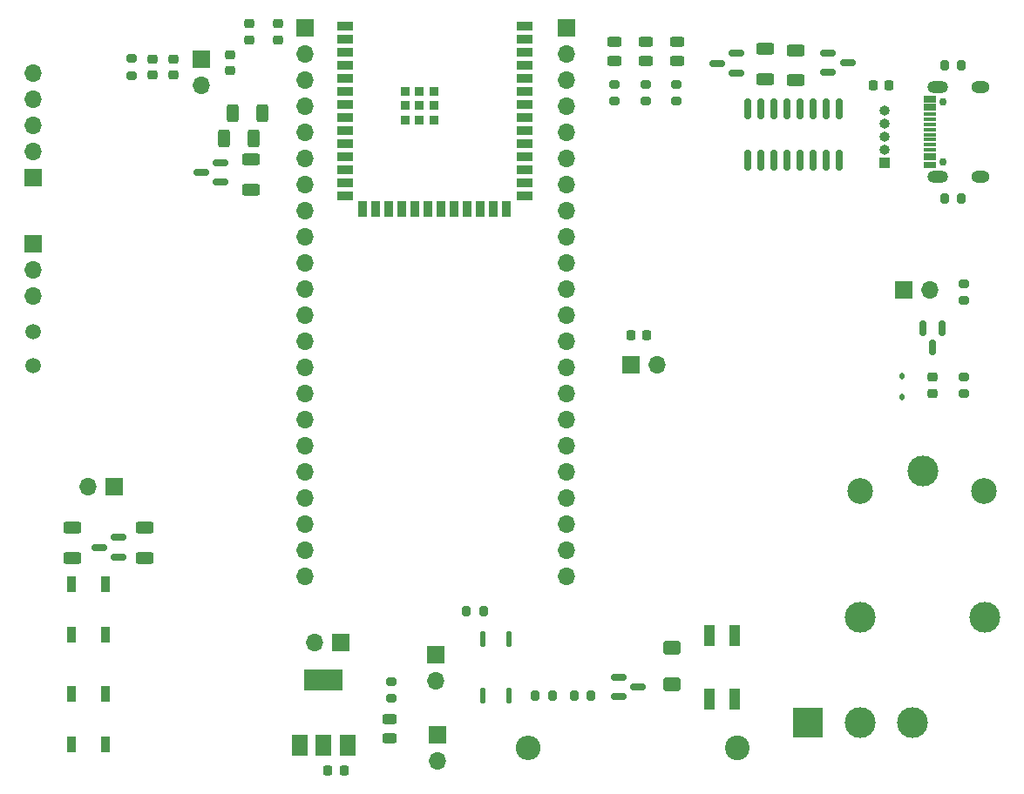
<source format=gbr>
%TF.GenerationSoftware,KiCad,Pcbnew,7.0.6*%
%TF.CreationDate,2023-09-04T20:16:31+02:00*%
%TF.ProjectId,LAS_V2,4c41535f-5632-42e6-9b69-6361645f7063,rev?*%
%TF.SameCoordinates,Original*%
%TF.FileFunction,Soldermask,Top*%
%TF.FilePolarity,Negative*%
%FSLAX46Y46*%
G04 Gerber Fmt 4.6, Leading zero omitted, Abs format (unit mm)*
G04 Created by KiCad (PCBNEW 7.0.6) date 2023-09-04 20:16:31*
%MOMM*%
%LPD*%
G01*
G04 APERTURE LIST*
G04 Aperture macros list*
%AMRoundRect*
0 Rectangle with rounded corners*
0 $1 Rounding radius*
0 $2 $3 $4 $5 $6 $7 $8 $9 X,Y pos of 4 corners*
0 Add a 4 corners polygon primitive as box body*
4,1,4,$2,$3,$4,$5,$6,$7,$8,$9,$2,$3,0*
0 Add four circle primitives for the rounded corners*
1,1,$1+$1,$2,$3*
1,1,$1+$1,$4,$5*
1,1,$1+$1,$6,$7*
1,1,$1+$1,$8,$9*
0 Add four rect primitives between the rounded corners*
20,1,$1+$1,$2,$3,$4,$5,0*
20,1,$1+$1,$4,$5,$6,$7,0*
20,1,$1+$1,$6,$7,$8,$9,0*
20,1,$1+$1,$8,$9,$2,$3,0*%
G04 Aperture macros list end*
%ADD10C,2.400000*%
%ADD11O,2.400000X2.400000*%
%ADD12C,0.750000*%
%ADD13O,2.000000X1.200000*%
%ADD14O,1.800000X1.200000*%
%ADD15R,1.300000X0.300000*%
%ADD16R,1.700000X1.700000*%
%ADD17O,1.700000X1.700000*%
%ADD18RoundRect,0.218750X-0.256250X0.218750X-0.256250X-0.218750X0.256250X-0.218750X0.256250X0.218750X0*%
%ADD19RoundRect,0.250000X0.625000X-0.312500X0.625000X0.312500X-0.625000X0.312500X-0.625000X-0.312500X0*%
%ADD20RoundRect,0.250000X0.312500X0.625000X-0.312500X0.625000X-0.312500X-0.625000X0.312500X-0.625000X0*%
%ADD21RoundRect,0.200000X-0.275000X0.200000X-0.275000X-0.200000X0.275000X-0.200000X0.275000X0.200000X0*%
%ADD22R,3.000000X3.000000*%
%ADD23C,3.000000*%
%ADD24RoundRect,0.150000X-0.587500X-0.150000X0.587500X-0.150000X0.587500X0.150000X-0.587500X0.150000X0*%
%ADD25RoundRect,0.225000X-0.250000X0.225000X-0.250000X-0.225000X0.250000X-0.225000X0.250000X0.225000X0*%
%ADD26RoundRect,0.250000X-0.625000X0.312500X-0.625000X-0.312500X0.625000X-0.312500X0.625000X0.312500X0*%
%ADD27RoundRect,0.243750X-0.456250X0.243750X-0.456250X-0.243750X0.456250X-0.243750X0.456250X0.243750X0*%
%ADD28RoundRect,0.200000X0.200000X0.275000X-0.200000X0.275000X-0.200000X-0.275000X0.200000X-0.275000X0*%
%ADD29R,1.000000X1.000000*%
%ADD30O,1.000000X1.000000*%
%ADD31RoundRect,0.200000X0.275000X-0.200000X0.275000X0.200000X-0.275000X0.200000X-0.275000X-0.200000X0*%
%ADD32RoundRect,0.150000X-0.150000X0.587500X-0.150000X-0.587500X0.150000X-0.587500X0.150000X0.587500X0*%
%ADD33RoundRect,0.150000X0.587500X0.150000X-0.587500X0.150000X-0.587500X-0.150000X0.587500X-0.150000X0*%
%ADD34C,1.500000*%
%ADD35RoundRect,0.243750X0.456250X-0.243750X0.456250X0.243750X-0.456250X0.243750X-0.456250X-0.243750X0*%
%ADD36RoundRect,0.225000X-0.225000X-0.250000X0.225000X-0.250000X0.225000X0.250000X-0.225000X0.250000X0*%
%ADD37R,0.900000X1.500000*%
%ADD38R,1.100000X2.000000*%
%ADD39RoundRect,0.137500X0.137500X-0.587500X0.137500X0.587500X-0.137500X0.587500X-0.137500X-0.587500X0*%
%ADD40C,2.500000*%
%ADD41RoundRect,0.250000X-0.312500X-0.625000X0.312500X-0.625000X0.312500X0.625000X-0.312500X0.625000X0*%
%ADD42RoundRect,0.112500X0.112500X-0.187500X0.112500X0.187500X-0.112500X0.187500X-0.112500X-0.187500X0*%
%ADD43RoundRect,0.200000X-0.200000X-0.275000X0.200000X-0.275000X0.200000X0.275000X-0.200000X0.275000X0*%
%ADD44RoundRect,0.250000X0.600000X-0.400000X0.600000X0.400000X-0.600000X0.400000X-0.600000X-0.400000X0*%
%ADD45R,1.500000X2.000000*%
%ADD46R,3.800000X2.000000*%
%ADD47RoundRect,0.150000X0.150000X-0.825000X0.150000X0.825000X-0.150000X0.825000X-0.150000X-0.825000X0*%
%ADD48R,1.500000X0.900000*%
%ADD49R,0.900000X0.900000*%
G04 APERTURE END LIST*
D10*
%TO.C,R17*%
X178594500Y-141195000D03*
D11*
X158274500Y-141195000D03*
%TD*%
D12*
%TO.C,J7*%
X198539250Y-84231250D03*
X198539250Y-78431250D03*
D13*
X198039250Y-85656250D03*
X198039250Y-77006250D03*
D14*
X202219250Y-77006250D03*
X202219250Y-85656250D03*
D15*
X197271250Y-84681250D03*
X197271250Y-83881250D03*
X197271250Y-82581250D03*
X197271250Y-81581250D03*
X197271250Y-81081250D03*
X197271250Y-80081250D03*
X197271250Y-78781250D03*
X197271250Y-77981250D03*
X197271250Y-78281250D03*
X197271250Y-79081250D03*
X197271250Y-79581250D03*
X197271250Y-80581250D03*
X197271250Y-82081250D03*
X197271250Y-83081250D03*
X197271250Y-83581250D03*
X197271250Y-84381250D03*
%TD*%
D16*
%TO.C,J9*%
X168225000Y-104000000D03*
D17*
X170765000Y-104000000D03*
%TD*%
D18*
%TO.C,D6*%
X197527000Y-105187500D03*
X197527000Y-106762500D03*
%TD*%
D19*
%TO.C,R26*%
X131310000Y-86932500D03*
X131310000Y-84007500D03*
%TD*%
D20*
%TO.C,R27*%
X131612500Y-81970000D03*
X128687500Y-81970000D03*
%TD*%
D21*
%TO.C,R12*%
X119780000Y-74200000D03*
X119780000Y-75850000D03*
%TD*%
D22*
%TO.C,J1*%
X185440000Y-138800000D03*
D23*
X190520000Y-138800000D03*
X195600000Y-138800000D03*
%TD*%
D16*
%TO.C,J5*%
X162000000Y-71170000D03*
D17*
X162000000Y-73710000D03*
X162000000Y-76250000D03*
X162000000Y-78790000D03*
X162000000Y-81330000D03*
X162000000Y-83870000D03*
X162000000Y-86410000D03*
X162000000Y-88950000D03*
X162000000Y-91490000D03*
X162000000Y-94030000D03*
X162000000Y-96570000D03*
X162000000Y-99110000D03*
X162000000Y-101650000D03*
X162000000Y-104190000D03*
X162000000Y-106730000D03*
X162000000Y-109270000D03*
X162000000Y-111810000D03*
X162000000Y-114350000D03*
X162000000Y-116890000D03*
X162000000Y-119430000D03*
X162000000Y-121970000D03*
X162000000Y-124510000D03*
%TD*%
D24*
%TO.C,Q4*%
X167062500Y-134350000D03*
X167062500Y-136250000D03*
X168937500Y-135300000D03*
%TD*%
D25*
%TO.C,C1*%
X123800000Y-74250000D03*
X123800000Y-75800000D03*
%TD*%
D19*
%TO.C,R13*%
X181293750Y-76193750D03*
X181293750Y-73268750D03*
%TD*%
D25*
%TO.C,C5*%
X129300000Y-73800000D03*
X129300000Y-75350000D03*
%TD*%
D26*
%TO.C,R29*%
X113975000Y-119812500D03*
X113975000Y-122737500D03*
%TD*%
D27*
%TO.C,D3*%
X169675000Y-72525000D03*
X169675000Y-74400000D03*
%TD*%
D16*
%TO.C,J6*%
X194718000Y-96704000D03*
D17*
X197258000Y-96704000D03*
%TD*%
D16*
%TO.C,J13*%
X149294500Y-132195000D03*
D17*
X149294500Y-134735000D03*
%TD*%
D16*
%TO.C,J11*%
X140075000Y-131000000D03*
D17*
X137535000Y-131000000D03*
%TD*%
D27*
%TO.C,D5*%
X172715000Y-72525000D03*
X172715000Y-74400000D03*
%TD*%
D28*
%TO.C,R24*%
X153925000Y-127900000D03*
X152275000Y-127900000D03*
%TD*%
D16*
%TO.C,J2*%
X110175000Y-92230000D03*
D17*
X110175000Y-94770000D03*
X110175000Y-97310000D03*
%TD*%
D29*
%TO.C,J8*%
X192893750Y-84306250D03*
D30*
X192893750Y-83036250D03*
X192893750Y-81766250D03*
X192893750Y-80496250D03*
X192893750Y-79226250D03*
%TD*%
D31*
%TO.C,R5*%
X166675000Y-78350000D03*
X166675000Y-76700000D03*
%TD*%
D28*
%TO.C,R10*%
X200368750Y-87831250D03*
X198718750Y-87831250D03*
%TD*%
D32*
%TO.C,Q1*%
X198477000Y-100417000D03*
X196577000Y-100417000D03*
X197527000Y-102292000D03*
%TD*%
D33*
%TO.C,Q2*%
X178481250Y-75593750D03*
X178481250Y-73693750D03*
X176606250Y-74643750D03*
%TD*%
D25*
%TO.C,C9*%
X121780000Y-74250000D03*
X121780000Y-75800000D03*
%TD*%
D34*
%TO.C,TP1*%
X110200000Y-104100000D03*
%TD*%
D35*
%TO.C,D1*%
X144800000Y-140337500D03*
X144800000Y-138462500D03*
%TD*%
D16*
%TO.C,J3*%
X110175000Y-85790000D03*
D17*
X110175000Y-83250000D03*
X110175000Y-80710000D03*
X110175000Y-78170000D03*
X110175000Y-75630000D03*
%TD*%
D28*
%TO.C,R21*%
X160618500Y-136189000D03*
X158968500Y-136189000D03*
%TD*%
D36*
%TO.C,C2*%
X168225000Y-101100000D03*
X169775000Y-101100000D03*
%TD*%
D31*
%TO.C,R8*%
X200575000Y-106800000D03*
X200575000Y-105150000D03*
%TD*%
D37*
%TO.C,D4*%
X113900000Y-130200000D03*
X117200000Y-130200000D03*
X117200000Y-125300000D03*
X113900000Y-125300000D03*
%TD*%
D28*
%TO.C,R11*%
X200368750Y-74831250D03*
X198718750Y-74831250D03*
%TD*%
D21*
%TO.C,R9*%
X200600000Y-96075000D03*
X200600000Y-97725000D03*
%TD*%
D38*
%TO.C,D8*%
X178294500Y-130295000D03*
X175894500Y-130295000D03*
X175894500Y-136495000D03*
X178294500Y-136495000D03*
%TD*%
D39*
%TO.C,U5*%
X153824500Y-136145000D03*
X156364500Y-136145000D03*
X156364500Y-130645000D03*
X153824500Y-130645000D03*
%TD*%
D23*
%TO.C,K1*%
X196600000Y-114336000D03*
D40*
X190550000Y-116286000D03*
D23*
X190550000Y-128486000D03*
X202600000Y-128536000D03*
D40*
X202550000Y-116286000D03*
%TD*%
D19*
%TO.C,R28*%
X121037500Y-122737500D03*
X121037500Y-119812500D03*
%TD*%
D41*
%TO.C,R2*%
X129537500Y-79500000D03*
X132462500Y-79500000D03*
%TD*%
D37*
%TO.C,D9*%
X113900000Y-140900000D03*
X117200000Y-140900000D03*
X117200000Y-136000000D03*
X113900000Y-136000000D03*
%TD*%
D16*
%TO.C,J4*%
X136600000Y-71170000D03*
D17*
X136600000Y-73710000D03*
X136600000Y-76250000D03*
X136600000Y-78790000D03*
X136600000Y-81330000D03*
X136600000Y-83870000D03*
X136600000Y-86410000D03*
X136600000Y-88950000D03*
X136600000Y-91490000D03*
X136600000Y-94030000D03*
X136600000Y-96570000D03*
X136600000Y-99110000D03*
X136600000Y-101650000D03*
X136600000Y-104190000D03*
X136600000Y-106730000D03*
X136600000Y-109270000D03*
X136600000Y-111810000D03*
X136600000Y-114350000D03*
X136600000Y-116890000D03*
X136600000Y-119430000D03*
X136600000Y-121970000D03*
X136600000Y-124510000D03*
%TD*%
D21*
%TO.C,R4*%
X145000000Y-134775000D03*
X145000000Y-136425000D03*
%TD*%
D42*
%TO.C,D7*%
X194606000Y-107145000D03*
X194606000Y-105045000D03*
%TD*%
D24*
%TO.C,Q3*%
X187418750Y-73631250D03*
X187418750Y-75531250D03*
X189293750Y-74581250D03*
%TD*%
D33*
%TO.C,Q6*%
X118475000Y-122675000D03*
X118475000Y-120775000D03*
X116600000Y-121725000D03*
%TD*%
D43*
%TO.C,R20*%
X162714500Y-136189000D03*
X164364500Y-136189000D03*
%TD*%
D25*
%TO.C,C4*%
X131135000Y-70825000D03*
X131135000Y-72375000D03*
%TD*%
D16*
%TO.C,J14*%
X149494500Y-139995000D03*
D17*
X149494500Y-142535000D03*
%TD*%
D44*
%TO.C,D11*%
X172239500Y-135018000D03*
X172239500Y-131518000D03*
%TD*%
D25*
%TO.C,C3*%
X134000000Y-70825000D03*
X134000000Y-72375000D03*
%TD*%
D34*
%TO.C,TP2*%
X110175000Y-100750000D03*
%TD*%
D45*
%TO.C,U2*%
X136100000Y-140950000D03*
X138400000Y-140950000D03*
D46*
X138400000Y-134650000D03*
D45*
X140700000Y-140950000D03*
%TD*%
D19*
%TO.C,R14*%
X184293750Y-76293750D03*
X184293750Y-73368750D03*
%TD*%
D27*
%TO.C,D2*%
X166635000Y-72525000D03*
X166635000Y-74400000D03*
%TD*%
D47*
%TO.C,U3*%
X179598750Y-84056250D03*
X180868750Y-84056250D03*
X182138750Y-84056250D03*
X183408750Y-84056250D03*
X184678750Y-84056250D03*
X185948750Y-84056250D03*
X187218750Y-84056250D03*
X188488750Y-84056250D03*
X188488750Y-79106250D03*
X187218750Y-79106250D03*
X185948750Y-79106250D03*
X184678750Y-79106250D03*
X183408750Y-79106250D03*
X182138750Y-79106250D03*
X180868750Y-79106250D03*
X179598750Y-79106250D03*
%TD*%
D36*
%TO.C,C7*%
X191768750Y-76831250D03*
X193318750Y-76831250D03*
%TD*%
D16*
%TO.C,J10*%
X126555000Y-74250000D03*
D17*
X126555000Y-76790000D03*
%TD*%
D48*
%TO.C,U1*%
X140450000Y-71060000D03*
X140450000Y-72330000D03*
X140450000Y-73600000D03*
X140450000Y-74870000D03*
X140450000Y-76140000D03*
X140450000Y-77410000D03*
X140450000Y-78680000D03*
X140450000Y-79950000D03*
X140450000Y-81220000D03*
X140450000Y-82490000D03*
X140450000Y-83760000D03*
X140450000Y-85030000D03*
X140450000Y-86300000D03*
X140450000Y-87570000D03*
D37*
X142215000Y-88820000D03*
X143485000Y-88820000D03*
X144755000Y-88820000D03*
X146025000Y-88820000D03*
X147295000Y-88820000D03*
X148565000Y-88820000D03*
X149835000Y-88820000D03*
X151105000Y-88820000D03*
X152375000Y-88820000D03*
X153645000Y-88820000D03*
X154915000Y-88820000D03*
X156185000Y-88820000D03*
D48*
X157950000Y-87570000D03*
X157950000Y-86300000D03*
X157950000Y-85030000D03*
X157950000Y-83760000D03*
X157950000Y-82490000D03*
X157950000Y-81220000D03*
X157950000Y-79950000D03*
X157950000Y-78680000D03*
X157950000Y-77410000D03*
X157950000Y-76140000D03*
X157950000Y-74870000D03*
X157950000Y-73600000D03*
X157950000Y-72330000D03*
X157950000Y-71060000D03*
D49*
X146300000Y-77380000D03*
X146300000Y-78780000D03*
X146300000Y-80180000D03*
X146300000Y-80180000D03*
X147700000Y-77380000D03*
X147700000Y-77380000D03*
X147700000Y-78780000D03*
X147700000Y-80180000D03*
X149100000Y-77380000D03*
X149100000Y-78780000D03*
X149100000Y-80180000D03*
%TD*%
D16*
%TO.C,J12*%
X118050000Y-115825000D03*
D17*
X115510000Y-115825000D03*
%TD*%
D33*
%TO.C,Q5*%
X128375000Y-86220000D03*
X128375000Y-84320000D03*
X126500000Y-85270000D03*
%TD*%
D36*
%TO.C,C6*%
X138825000Y-143400000D03*
X140375000Y-143400000D03*
%TD*%
D31*
%TO.C,R6*%
X169675000Y-78350000D03*
X169675000Y-76700000D03*
%TD*%
%TO.C,R7*%
X172675000Y-78350000D03*
X172675000Y-76700000D03*
%TD*%
M02*

</source>
